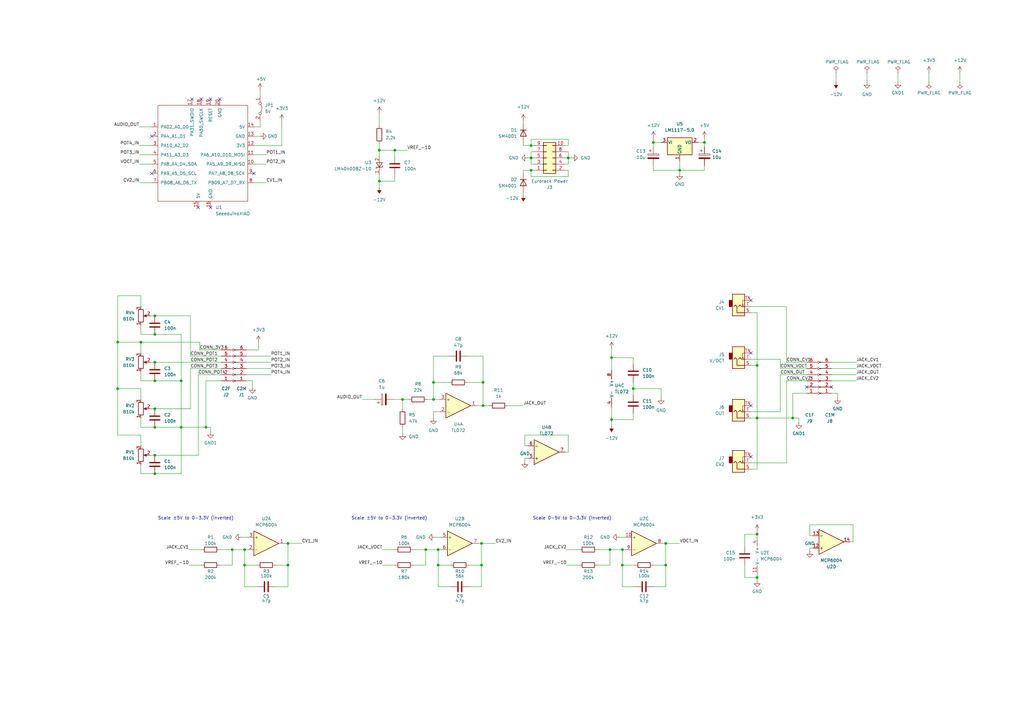
<source format=kicad_sch>
(kicad_sch (version 20211123) (generator eeschema)
  (paper "A3")
  (junction (at 197.485 222.885))
  (junction (at 63.5 156.21))
  (junction (at 179.705 225.425))
  (junction (at 267.97 58.42))
  (junction (at 198.12 156.845))
  (junction (at 217.805 59.69))
  (junction (at 259.715 159.385))
  (junction (at 217.805 64.77))
  (junction (at 100.33 225.425))
  (junction (at 325.12 171.45))
  (junction (at 57.785 140.335))
  (junction (at 84.455 175.26))
  (junction (at 63.5 167.64))
  (junction (at 63.5 186.69))
  (junction (at 63.5 148.59))
  (junction (at 74.295 175.26))
  (junction (at 310.515 219.075))
  (junction (at 74.295 156.21))
  (junction (at 310.515 149.86))
  (junction (at 197.485 231.775))
  (junction (at 288.925 58.42))
  (junction (at 174.625 225.425))
  (junction (at 161.925 61.595))
  (junction (at 118.11 231.775))
  (junction (at 250.19 225.425))
  (junction (at 155.575 74.295))
  (junction (at 250.825 146.685))
  (junction (at 63.5 137.16))
  (junction (at 177.8 163.83))
  (junction (at 100.33 231.775))
  (junction (at 278.765 69.85))
  (junction (at 63.5 194.31))
  (junction (at 155.575 61.595))
  (junction (at 177.8 156.845))
  (junction (at 118.11 222.885))
  (junction (at 255.27 231.775))
  (junction (at 95.25 225.425))
  (junction (at 63.5 129.54))
  (junction (at 273.05 231.775))
  (junction (at 63.5 175.26))
  (junction (at 250.825 172.085))
  (junction (at 233.045 64.77))
  (junction (at 198.12 166.37))
  (junction (at 273.05 222.885))
  (junction (at 48.26 140.335))
  (junction (at 255.27 225.425))
  (junction (at 165.1 163.83))
  (junction (at 217.805 69.85))
  (junction (at 310.515 236.855))
  (junction (at 310.515 171.45))
  (junction (at 48.26 159.385))
  (junction (at 179.705 231.775))
  (no_connect (at 104.14 71.12))
  (no_connect (at 82.55 40.64))
  (no_connect (at 307.975 187.325))
  (no_connect (at 330.835 158.75))
  (no_connect (at 307.975 123.19))
  (no_connect (at 90.17 40.64))
  (no_connect (at 307.975 144.78))
  (no_connect (at 340.995 158.75))
  (no_connect (at 86.36 40.64))
  (no_connect (at 86.36 85.09))
  (no_connect (at 78.74 40.64))
  (no_connect (at 62.23 71.12))
  (no_connect (at 81.28 85.09))
  (no_connect (at 307.975 166.37))
  (no_connect (at 62.23 55.88))
  (wire (pts (xy 250.825 172.085) (xy 250.825 174.625)))
  (wire (pts (xy 310.515 219.075) (xy 310.515 220.345)))
  (wire (pts (xy 63.5 175.26) (xy 74.295 175.26)))
  (wire (pts (xy 57.15 52.07) (xy 62.23 52.07)))
  (wire (pts (xy 393.7 29.845) (xy 393.7 33.655)))
  (wire (pts (xy 322.58 148.59) (xy 330.835 148.59)))
  (wire (pts (xy 267.97 240.665) (xy 273.05 240.665)))
  (wire (pts (xy 217.805 69.85) (xy 217.805 72.39)))
  (wire (pts (xy 57.785 121.285) (xy 48.26 121.285)))
  (wire (pts (xy 255.27 240.665) (xy 255.27 231.775)))
  (wire (pts (xy 278.765 69.85) (xy 278.765 71.12)))
  (wire (pts (xy 278.765 66.04) (xy 278.765 69.85)))
  (wire (pts (xy 198.12 156.845) (xy 191.77 156.845)))
  (wire (pts (xy 90.17 225.425) (xy 95.25 225.425)))
  (wire (pts (xy 174.625 231.775) (xy 174.625 225.425)))
  (wire (pts (xy 100.33 225.425) (xy 101.6 225.425)))
  (wire (pts (xy 273.05 222.885) (xy 273.05 231.775)))
  (wire (pts (xy 184.785 240.665) (xy 179.705 240.665)))
  (wire (pts (xy 254 220.345) (xy 256.54 220.345)))
  (wire (pts (xy 61.595 148.59) (xy 63.5 148.59)))
  (wire (pts (xy 320.04 151.13) (xy 330.835 151.13)))
  (wire (pts (xy 348.615 222.25) (xy 349.885 222.25)))
  (wire (pts (xy 231.775 185.42) (xy 233.045 185.42)))
  (wire (pts (xy 48.26 140.335) (xy 48.26 159.385)))
  (wire (pts (xy 259.715 146.685) (xy 259.715 149.225)))
  (wire (pts (xy 165.1 163.83) (xy 165.1 167.64)))
  (wire (pts (xy 48.26 159.385) (xy 48.26 178.435)))
  (wire (pts (xy 305.435 224.155) (xy 305.435 219.075)))
  (wire (pts (xy 198.12 156.845) (xy 198.12 166.37)))
  (wire (pts (xy 307.975 168.91) (xy 320.04 168.91)))
  (wire (pts (xy 63.5 156.21) (xy 74.295 156.21)))
  (wire (pts (xy 310.515 171.45) (xy 310.515 149.86)))
  (wire (pts (xy 288.925 69.85) (xy 288.925 67.945)))
  (wire (pts (xy 332.105 226.06) (xy 332.105 224.79)))
  (wire (pts (xy 174.625 225.425) (xy 179.705 225.425)))
  (wire (pts (xy 155.575 74.295) (xy 155.575 76.835)))
  (wire (pts (xy 340.995 148.59) (xy 351.155 148.59)))
  (wire (pts (xy 77.47 231.775) (xy 82.55 231.775)))
  (wire (pts (xy 332.105 215.265) (xy 349.885 215.265)))
  (wire (pts (xy 217.805 72.39) (xy 233.045 72.39)))
  (wire (pts (xy 57.785 182.88) (xy 57.785 178.435)))
  (wire (pts (xy 63.5 137.16) (xy 74.295 137.16)))
  (wire (pts (xy 219.075 62.23) (xy 217.805 62.23)))
  (wire (pts (xy 197.485 222.885) (xy 196.215 222.885)))
  (wire (pts (xy 106.68 55.88) (xy 104.14 55.88)))
  (wire (pts (xy 219.075 64.77) (xy 217.805 64.77)))
  (wire (pts (xy 57.15 59.69) (xy 62.23 59.69)))
  (wire (pts (xy 231.775 62.23) (xy 233.045 62.23)))
  (wire (pts (xy 288.925 56.515) (xy 288.925 58.42)))
  (wire (pts (xy 233.045 59.69) (xy 231.775 59.69)))
  (wire (pts (xy 109.22 63.5) (xy 104.14 63.5)))
  (wire (pts (xy 155.575 61.595) (xy 155.575 64.135)))
  (wire (pts (xy 161.29 163.83) (xy 165.1 163.83)))
  (wire (pts (xy 245.11 225.425) (xy 250.19 225.425)))
  (wire (pts (xy 217.805 59.69) (xy 217.805 57.15)))
  (wire (pts (xy 57.785 190.5) (xy 57.785 194.31)))
  (wire (pts (xy 267.97 60.325) (xy 267.97 58.42)))
  (wire (pts (xy 105.41 240.665) (xy 100.33 240.665)))
  (wire (pts (xy 233.045 62.23) (xy 233.045 64.77)))
  (wire (pts (xy 61.595 186.69) (xy 63.5 186.69)))
  (wire (pts (xy 100.33 240.665) (xy 100.33 231.775)))
  (wire (pts (xy 198.12 146.05) (xy 198.12 156.845)))
  (wire (pts (xy 217.805 64.77) (xy 216.535 64.77)))
  (wire (pts (xy 259.715 159.385) (xy 259.715 161.925)))
  (wire (pts (xy 286.385 58.42) (xy 288.925 58.42)))
  (wire (pts (xy 61.595 167.64) (xy 63.5 167.64)))
  (wire (pts (xy 216.535 182.88) (xy 215.265 182.88)))
  (wire (pts (xy 179.705 231.775) (xy 179.705 225.425)))
  (wire (pts (xy 86.36 175.26) (xy 84.455 175.26)))
  (wire (pts (xy 78.105 167.64) (xy 78.105 151.13)))
  (wire (pts (xy 57.15 67.31) (xy 62.23 67.31)))
  (wire (pts (xy 156.845 231.775) (xy 161.925 231.775)))
  (wire (pts (xy 332.105 224.79) (xy 333.375 224.79)))
  (wire (pts (xy 278.765 69.85) (xy 288.925 69.85)))
  (wire (pts (xy 106.68 36.83) (xy 106.68 39.37)))
  (wire (pts (xy 61.595 129.54) (xy 63.5 129.54)))
  (wire (pts (xy 340.995 153.67) (xy 351.155 153.67)))
  (wire (pts (xy 340.995 156.21) (xy 351.155 156.21)))
  (wire (pts (xy 307.975 189.865) (xy 322.58 189.865)))
  (wire (pts (xy 259.715 172.085) (xy 250.825 172.085)))
  (wire (pts (xy 368.3 29.845) (xy 368.3 33.655)))
  (wire (pts (xy 330.835 161.29) (xy 325.12 161.29)))
  (wire (pts (xy 250.19 225.425) (xy 255.27 225.425)))
  (wire (pts (xy 99.06 220.345) (xy 101.6 220.345)))
  (wire (pts (xy 267.97 58.42) (xy 271.145 58.42)))
  (wire (pts (xy 325.12 171.45) (xy 327.66 171.45)))
  (wire (pts (xy 106.68 49.53) (xy 106.68 52.07)))
  (wire (pts (xy 330.835 156.21) (xy 322.58 156.21)))
  (wire (pts (xy 184.785 231.775) (xy 179.705 231.775)))
  (wire (pts (xy 118.11 222.885) (xy 123.825 222.885)))
  (wire (pts (xy 100.965 148.59) (xy 111.125 148.59)))
  (wire (pts (xy 100.965 151.13) (xy 111.125 151.13)))
  (wire (pts (xy 215.265 189.23) (xy 215.265 187.96)))
  (wire (pts (xy 57.785 163.83) (xy 57.785 159.385)))
  (wire (pts (xy 57.785 171.45) (xy 57.785 175.26)))
  (wire (pts (xy 74.295 175.26) (xy 74.295 194.31)))
  (wire (pts (xy 118.11 222.885) (xy 116.84 222.885)))
  (wire (pts (xy 217.805 64.77) (xy 217.805 67.31)))
  (wire (pts (xy 177.8 168.91) (xy 180.34 168.91)))
  (wire (pts (xy 233.045 72.39) (xy 233.045 69.85)))
  (wire (pts (xy 57.15 74.93) (xy 62.23 74.93)))
  (wire (pts (xy 161.925 61.595) (xy 161.925 64.135)))
  (wire (pts (xy 305.435 236.855) (xy 310.515 236.855)))
  (wire (pts (xy 57.785 178.435) (xy 48.26 178.435)))
  (wire (pts (xy 197.485 231.775) (xy 197.485 240.665)))
  (wire (pts (xy 343.535 161.29) (xy 343.535 163.195)))
  (wire (pts (xy 104.14 74.93) (xy 109.22 74.93)))
  (wire (pts (xy 155.575 61.595) (xy 161.925 61.595)))
  (wire (pts (xy 95.25 225.425) (xy 100.33 225.425)))
  (wire (pts (xy 191.77 146.05) (xy 198.12 146.05)))
  (wire (pts (xy 214.63 69.85) (xy 217.805 69.85)))
  (wire (pts (xy 320.04 153.67) (xy 330.835 153.67)))
  (wire (pts (xy 217.805 57.15) (xy 233.045 57.15)))
  (wire (pts (xy 214.63 59.69) (xy 217.805 59.69)))
  (wire (pts (xy 233.045 178.435) (xy 233.045 185.42)))
  (wire (pts (xy 74.295 175.26) (xy 84.455 175.26)))
  (wire (pts (xy 100.965 146.05) (xy 111.125 146.05)))
  (wire (pts (xy 255.27 231.775) (xy 255.27 225.425)))
  (wire (pts (xy 109.22 67.31) (xy 104.14 67.31)))
  (wire (pts (xy 63.5 194.31) (xy 74.295 194.31)))
  (wire (pts (xy 57.785 137.16) (xy 63.5 137.16)))
  (wire (pts (xy 177.8 171.45) (xy 177.8 168.91)))
  (wire (pts (xy 267.97 231.775) (xy 273.05 231.775)))
  (wire (pts (xy 381 29.845) (xy 381 33.655)))
  (wire (pts (xy 57.785 156.21) (xy 63.5 156.21)))
  (wire (pts (xy 273.05 222.885) (xy 271.78 222.885)))
  (wire (pts (xy 90.805 153.67) (xy 81.28 153.67)))
  (wire (pts (xy 333.375 219.71) (xy 332.105 219.71)))
  (wire (pts (xy 192.405 231.775) (xy 197.485 231.775)))
  (wire (pts (xy 161.925 71.755) (xy 161.925 74.295)))
  (wire (pts (xy 177.8 156.845) (xy 177.8 163.83)))
  (wire (pts (xy 310.515 171.45) (xy 325.12 171.45)))
  (wire (pts (xy 63.5 167.64) (xy 78.105 167.64)))
  (wire (pts (xy 57.785 152.4) (xy 57.785 156.21)))
  (wire (pts (xy 214.63 78.74) (xy 214.63 80.01)))
  (wire (pts (xy 165.1 177.8) (xy 165.1 175.26)))
  (wire (pts (xy 148.59 163.83) (xy 153.67 163.83)))
  (wire (pts (xy 179.705 240.665) (xy 179.705 231.775)))
  (wire (pts (xy 57.785 140.335) (xy 48.26 140.335)))
  (wire (pts (xy 77.47 225.425) (xy 82.55 225.425)))
  (wire (pts (xy 255.27 225.425) (xy 256.54 225.425)))
  (wire (pts (xy 245.11 231.775) (xy 250.19 231.775)))
  (wire (pts (xy 155.575 59.055) (xy 155.575 61.595)))
  (wire (pts (xy 100.965 156.21) (xy 103.505 156.21)))
  (wire (pts (xy 57.785 144.78) (xy 57.785 140.335)))
  (wire (pts (xy 104.14 59.69) (xy 115.57 59.69)))
  (wire (pts (xy 175.26 163.83) (xy 177.8 163.83)))
  (wire (pts (xy 232.41 225.425) (xy 237.49 225.425)))
  (wire (pts (xy 197.485 222.885) (xy 203.2 222.885)))
  (wire (pts (xy 214.63 71.12) (xy 214.63 69.85)))
  (wire (pts (xy 214.63 49.53) (xy 214.63 50.8)))
  (wire (pts (xy 233.045 64.77) (xy 233.045 67.31)))
  (wire (pts (xy 310.515 128.27) (xy 307.975 128.27)))
  (wire (pts (xy 184.15 156.845) (xy 177.8 156.845)))
  (wire (pts (xy 155.575 46.355) (xy 155.575 51.435)))
  (wire (pts (xy 106.045 140.335) (xy 106.045 143.51)))
  (wire (pts (xy 178.435 220.345) (xy 180.975 220.345)))
  (wire (pts (xy 310.515 236.855) (xy 310.515 238.125)))
  (wire (pts (xy 307.975 125.73) (xy 322.58 125.73)))
  (wire (pts (xy 155.575 74.295) (xy 161.925 74.295)))
  (wire (pts (xy 320.04 168.91) (xy 320.04 153.67)))
  (wire (pts (xy 105.41 231.775) (xy 100.33 231.775)))
  (wire (pts (xy 155.575 71.755) (xy 155.575 74.295)))
  (wire (pts (xy 57.15 63.5) (xy 62.23 63.5)))
  (wire (pts (xy 106.68 52.07) (xy 104.14 52.07)))
  (wire (pts (xy 231.775 64.77) (xy 233.045 64.77)))
  (wire (pts (xy 78.105 129.54) (xy 78.105 146.05)))
  (wire (pts (xy 233.045 69.85) (xy 231.775 69.85)))
  (wire (pts (xy 322.58 125.73) (xy 322.58 148.59)))
  (wire (pts (xy 217.805 62.23) (xy 217.805 64.77)))
  (wire (pts (xy 267.97 56.515) (xy 267.97 58.42)))
  (wire (pts (xy 57.785 159.385) (xy 48.26 159.385)))
  (wire (pts (xy 215.265 187.96) (xy 216.535 187.96)))
  (wire (pts (xy 273.05 231.775) (xy 273.05 240.665)))
  (wire (pts (xy 250.825 146.685) (xy 259.715 146.685)))
  (wire (pts (xy 310.515 192.405) (xy 310.515 171.45)))
  (wire (pts (xy 165.1 163.83) (xy 167.64 163.83)))
  (wire (pts (xy 48.26 121.285) (xy 48.26 140.335)))
  (wire (pts (xy 63.5 129.54) (xy 78.105 129.54)))
  (wire (pts (xy 179.705 225.425) (xy 180.975 225.425)))
  (wire (pts (xy 84.455 175.26) (xy 84.455 156.21)))
  (wire (pts (xy 115.57 59.69) (xy 115.57 49.53)))
  (wire (pts (xy 63.5 148.59) (xy 90.805 148.59)))
  (wire (pts (xy 260.35 240.665) (xy 255.27 240.665)))
  (wire (pts (xy 250.825 146.685) (xy 250.825 151.765)))
  (wire (pts (xy 177.8 156.845) (xy 177.8 146.05)))
  (wire (pts (xy 86.36 177.165) (xy 86.36 175.26)))
  (wire (pts (xy 250.825 167.005) (xy 250.825 172.085)))
  (wire (pts (xy 340.995 161.29) (xy 343.535 161.29)))
  (wire (pts (xy 219.075 67.31) (xy 217.805 67.31)))
  (wire (pts (xy 310.515 235.585) (xy 310.515 236.855)))
  (wire (pts (xy 177.8 163.83) (xy 180.34 163.83)))
  (wire (pts (xy 267.97 69.85) (xy 278.765 69.85)))
  (wire (pts (xy 250.825 142.875) (xy 250.825 146.685)))
  (wire (pts (xy 250.19 231.775) (xy 250.19 225.425)))
  (wire (pts (xy 231.775 67.31) (xy 233.045 67.31)))
  (wire (pts (xy 217.805 59.69) (xy 219.075 59.69)))
  (wire (pts (xy 90.17 231.775) (xy 95.25 231.775)))
  (wire (pts (xy 113.03 240.665) (xy 118.11 240.665)))
  (wire (pts (xy 169.545 231.775) (xy 174.625 231.775)))
  (wire (pts (xy 161.925 61.595) (xy 167.005 61.595)))
  (wire (pts (xy 273.05 222.885) (xy 278.765 222.885)))
  (wire (pts (xy 267.97 67.945) (xy 267.97 69.85)))
  (wire (pts (xy 310.515 149.86) (xy 310.515 128.27)))
  (wire (pts (xy 260.35 231.775) (xy 255.27 231.775)))
  (wire (pts (xy 106.045 143.51) (xy 100.965 143.51)))
  (wire (pts (xy 215.265 178.435) (xy 233.045 178.435)))
  (wire (pts (xy 215.265 182.88) (xy 215.265 178.435)))
  (wire (pts (xy 63.5 186.69) (xy 81.28 186.69)))
  (wire (pts (xy 288.925 58.42) (xy 288.925 60.325)))
  (wire (pts (xy 340.995 151.13) (xy 351.155 151.13)))
  (wire (pts (xy 78.105 146.05) (xy 90.805 146.05)))
  (wire (pts (xy 74.295 156.21) (xy 74.295 175.26)))
  (wire (pts (xy 57.785 175.26) (xy 63.5 175.26)))
  (wire (pts (xy 81.28 153.67) (xy 81.28 186.69)))
  (wire (pts (xy 100.965 153.67) (xy 111.125 153.67)))
  (wire (pts (xy 57.785 140.335) (xy 81.915 140.335)))
  (wire (pts (xy 192.405 240.665) (xy 197.485 240.665)))
  (wire (pts (xy 305.435 231.775) (xy 305.435 236.855)))
  (wire (pts (xy 100.33 231.775) (xy 100.33 225.425)))
  (wire (pts (xy 307.975 147.32) (xy 320.04 147.32)))
  (wire (pts (xy 271.145 159.385) (xy 259.715 159.385)))
  (wire (pts (xy 342.9 29.845) (xy 342.9 33.655)))
  (wire (pts (xy 320.04 147.32) (xy 320.04 151.13)))
  (wire (pts (xy 327.66 171.45) (xy 327.66 173.355)))
  (wire (pts (xy 214.63 58.42) (xy 214.63 59.69)))
  (wire (pts (xy 307.975 149.86) (xy 310.515 149.86)))
  (wire (pts (xy 156.845 225.425) (xy 161.925 225.425)))
  (wire (pts (xy 259.715 169.545) (xy 259.715 172.085)))
  (wire (pts (xy 271.145 163.195) (xy 271.145 159.385)))
  (wire (pts (xy 81.915 143.51) (xy 90.805 143.51)))
  (wire (pts (xy 184.15 146.05) (xy 177.8 146.05)))
  (wire (pts (xy 310.515 217.805) (xy 310.515 219.075)))
  (wire (pts (xy 103.505 156.21) (xy 103.505 158.75)))
  (wire (pts (xy 232.41 231.775) (xy 237.49 231.775)))
  (wire (pts (xy 322.58 156.21) (xy 322.58 189.865)))
  (wire (pts (xy 198.12 166.37) (xy 200.66 166.37)))
  (wire (pts (xy 208.28 166.37) (xy 214.63 166.37)))
  (wire (pts (xy 305.435 219.075) (xy 310.515 219.075)))
  (wire (pts (xy 57.785 133.35) (xy 57.785 137.16)))
  (wire (pts (xy 259.715 156.845) (xy 259.715 159.385)))
  (wire (pts (xy 74.295 137.16) (xy 74.295 156.21)))
  (wire (pts (xy 118.11 222.885) (xy 118.11 231.775)))
  (wire (pts (xy 81.915 140.335) (xy 81.915 143.51)))
  (wire (pts (xy 57.785 194.31) (xy 63.5 194.31)))
  (wire (pts (xy 349.885 215.265) (xy 349.885 222.25)))
  (wire (pts (xy 332.105 219.71) (xy 332.105 215.265)))
  (wire (pts (xy 325.12 161.29) (xy 325.12 171.45)))
  (wire (pts (xy 197.485 222.885) (xy 197.485 231.775)))
  (wire (pts (xy 118.11 231.775) (xy 118.11 240.665)))
  (wire (pts (xy 78.105 151.13) (xy 90.805 151.13)))
  (wire (pts (xy 233.045 64.77) (xy 234.315 64.77)))
  (wire (pts (xy 113.03 231.775) (xy 118.11 231.775)))
  (wire (pts (xy 217.805 69.85) (xy 219.075 69.85)))
  (wire (pts (xy 84.455 156.21) (xy 90.805 156.21)))
  (wire (pts (xy 95.25 231.775) (xy 95.25 225.425)))
  (wire (pts (xy 198.12 166.37) (xy 195.58 166.37)))
  (wire (pts (xy 355.6 29.845) (xy 355.6 33.655)))
  (wire (pts (xy 57.785 125.73) (xy 57.785 121.285)))
  (wire (pts (xy 169.545 225.425) (xy 174.625 225.425)))
  (wire (pts (xy 233.045 57.15) (xy 233.045 59.69)))
  (wire (pts (xy 307.975 171.45) (xy 310.515 171.45)))
  (wire (pts (xy 307.975 192.405) (xy 310.515 192.405)))
  (text "Scale ±5V to 0-3.3V (inverted)" (at 95.885 213.36 180) (effects (font (size 1.27 1.27)) (justify right bottom)))
  (text "Scale 0-5V to 0-3.3V (inverted)" (at 250.825 213.36 180) (effects (font (size 1.27 1.27)) (justify right bottom)))
  (text "Scale ±5V to 0-3.3V (inverted)" (at 175.26 213.36 180) (effects (font (size 1.27 1.27)) (justify right bottom)))
  (label "JACK_VOCT" (at 351.155 151.13 0))
  (label "VREF_-10" (at 156.845 231.775 180))
  (label "VOCT_IN" (at 57.15 67.31 180))
  (label "CONN_POT3" (at 78.105 151.13 0))
  (label "POT2_IN" (at 111.125 148.59 0))
  (label "VOCT_IN" (at 278.765 222.885 0))
  (label "CONN_VOCT" (at 320.04 151.13 0))
  (label "VREF_-10" (at 232.41 231.775 180))
  (label "CONN_CV2" (at 322.58 156.21 0))
  (label "CONN_POT1" (at 78.105 146.05 0))
  (label "CONN_3V3" (at 81.915 143.51 0))
  (label "POT2_IN" (at 109.22 67.31 0))
  (label "POT3_IN" (at 111.125 151.13 0))
  (label "JACK_OUT" (at 214.63 166.37 0))
  (label "CV2_IN" (at 203.2 222.885 0))
  (label "POT4_IN" (at 57.15 59.69 180))
  (label "JACK_CV1" (at 77.47 225.425 180))
  (label "CV1_IN" (at 109.22 74.93 0))
  (label "JACK_OUT" (at 351.155 153.67 0))
  (label "VREF_-10" (at 77.47 231.775 180))
  (label "CV1_IN" (at 123.825 222.885 0))
  (label "CONN_OUT" (at 320.04 153.67 0))
  (label "POT1_IN" (at 111.125 146.05 0))
  (label "CONN_POT4" (at 81.28 153.67 0))
  (label "POT1_IN" (at 109.22 63.5 0))
  (label "CV2_IN" (at 57.15 74.93 180))
  (label "POT3_IN" (at 57.15 63.5 180))
  (label "AUDIO_OUT" (at 57.15 52.07 180))
  (label "POT4_IN" (at 111.125 153.67 0))
  (label "CONN_POT2" (at 78.105 148.59 0))
  (label "CONN_CV1" (at 322.58 148.59 0))
  (label "AUDIO_OUT" (at 148.59 163.83 180))
  (label "JACK_CV2" (at 351.155 156.21 0))
  (label "VREF_-10" (at 167.005 61.595 0))
  (label "JACK_CV1" (at 351.155 148.59 0))
  (label "JACK_CV2" (at 232.41 225.425 180))
  (label "JACK_VOCT" (at 156.845 225.425 180))
  (symbol (lib_id "Amplifier_Operational:TL072") (at 187.96 166.37 0) (unit 1)
    (property "Reference" "U4" (at 187.96 173.99 0))
    (property "Value" "TL072" (at 187.96 176.53 0))
    (property "Footprint" "Package_SO:SOIC-14_3.9x8.7mm_P1.27mm" (effects hide))
    (property "Datasheet" "http://www.ti.com/lit/ds/symlink/tl071.pdf" (effects hide))
    (property "LCSC" "C6961" (effects hide))
  )
  (symbol (lib_id "Device:CP") (at 157.48 163.83 90) (unit 1)
    (property "Reference" "C6" (at 156.591 156.21 90))
    (property "Value" "1u" (at 156.591 158.75 90))
    (property "Footprint" "Capacitor_SMD:C_Elec_5x5.8" (effects hide))
  )
  (symbol (lib_id "power:GND") (at 106.68 55.88 90) (unit 1)
    (property "Reference" "#PWR05" (effects hide))
    (property "Value" "GND" (at 111.76 55.88 90))
  )
  (symbol (lib_id "power:+5V") (at 106.68 36.83 0) (unit 1)
    (property "Reference" "#PWR04" (effects hide))
    (property "Value" "+5V" (at 107.061 32.4358 0))
  )
  (symbol (lib_name "R_10") (lib_id "Device:R") (at 171.45 163.83 270) (unit 1)
    (property "Reference" "R8" (at 171.45 157.48 90))
    (property "Value" "22k" (at 171.45 160.02 90))
    (property "Footprint" "Resistor_SMD:R_0603_1608Metric_Pad0.98x0.95mm_HandSolder" (effects hide))
    (property "LCSC" "C31850" (effects hide))
  )
  (symbol (lib_name "GND_10") (lib_id "power:GND") (at 177.8 171.45 0) (unit 1)
    (property "Reference" "#PWR010" (effects hide))
    (property "Value" "GND" (at 177.8 176.53 0))
  )
  (symbol (lib_id "Device:C") (at 187.96 146.05 270) (unit 1)
    (property "Reference" "C8" (at 187.96 139.065 90))
    (property "Value" "47p" (at 187.96 141.605 90))
    (property "Footprint" "Capacitor_SMD:C_0603_1608Metric_Pad1.08x0.95mm_HandSolder" (effects hide))
    (property "LCSC" "C1671" (effects hide))
  )
  (symbol (lib_id "Device:R") (at 187.96 156.845 270) (unit 1)
    (property "Reference" "R9" (at 187.96 150.495 90))
    (property "Value" "68k" (at 187.96 153.035 90))
    (property "Footprint" "Resistor_SMD:R_0603_1608Metric_Pad0.98x0.95mm_HandSolder" (effects hide))
    (property "LCSC" "C23231" (effects hide))
  )
  (symbol (lib_name "R_11") (lib_id "Device:R") (at 204.47 166.37 270) (unit 1)
    (property "Reference" "R11" (at 204.47 160.02 90))
    (property "Value" "1k" (at 204.47 162.56 90))
    (property "Footprint" "Resistor_SMD:R_0603_1608Metric_Pad0.98x0.95mm_HandSolder" (effects hide))
    (property "LCSC" "C21190" (effects hide))
  )
  (symbol (lib_name "GND_5") (lib_id "power:GND") (at 310.515 238.125 0) (unit 1)
    (property "Reference" "#PWR025" (effects hide))
    (property "Value" "GND" (at 310.515 242.57 0))
  )
  (symbol (lib_name "GND_22") (lib_id "power:GND") (at 103.505 158.75 0) (unit 1)
    (property "Reference" "#PWR02" (effects hide))
    (property "Value" "GND" (at 103.505 163.195 0))
  )
  (symbol (lib_id "power:+3.3V") (at 115.57 49.53 0) (unit 1)
    (property "Reference" "#PWR06" (effects hide))
    (property "Value" "+3.3V" (at 115.57 44.45 0))
  )
  (symbol (lib_id "Device:R_Potentiometer") (at 57.785 129.54 0) (mirror x) (unit 1)
    (property "Reference" "RV4" (at 55.245 128.2699 0) (effects (justify right)))
    (property "Value" "B10k" (at 55.245 130.8099 0) (effects (justify right)))
    (property "Footprint" "Potentiometer_THT:Potentiometer_Alpha_RD901F-40-00D_Single_Vertical" (effects hide))
  )
  (symbol (lib_id "power:-12V") (at 155.575 76.835 180) (unit 1)
    (property "Reference" "#PWR08" (effects hide))
    (property "Value" "-12V" (at 155.575 81.915 0))
  )
  (symbol (lib_id "Device:C") (at 259.715 165.735 0) (unit 1)
    (property "Reference" "C11" (at 263.525 164.4649 0) (effects (justify left)))
    (property "Value" "100n" (at 263.525 167.0049 0) (effects (justify left)))
    (property "Footprint" "Capacitor_SMD:C_0603_1608Metric_Pad1.08x0.95mm_HandSolder" (effects hide))
    (property "LCSC" "C14663" (effects hide))
  )
  (symbol (lib_name "GND_11") (lib_id "power:GND") (at 165.1 177.8 0) (unit 1)
    (property "Reference" "#PWR09" (effects hide))
    (property "Value" "GND" (at 167.64 179.0699 0) (effects (justify left)))
  )
  (symbol (lib_id "Amplifier_Operational:MCP6004") (at 109.22 222.885 0) (unit 1)
    (property "Reference" "U2" (at 109.22 212.725 0))
    (property "Value" "MCP6004" (at 109.22 215.265 0))
    (property "Footprint" "Package_SO:SOIC-14_3.9x8.7mm_P1.27mm" (effects hide))
    (property "Datasheet" "http://ww1.microchip.com/downloads/en/DeviceDoc/21733j.pdf" (effects hide))
  )
  (symbol (lib_id "power:+3.3V") (at 310.515 217.805 0) (unit 1)
    (property "Reference" "#PWR024" (effects hide))
    (property "Value" "+3.3V" (at 310.515 212.09 0))
  )
  (symbol (lib_id "Device:C") (at 63.5 190.5 0) (unit 1)
    (property "Reference" "C1" (at 67.31 189.2299 0) (effects (justify left)))
    (property "Value" "100n" (at 67.31 191.7699 0) (effects (justify left)))
    (property "Footprint" "Capacitor_SMD:C_0603_1608Metric_Pad1.08x0.95mm_HandSolder" (effects hide))
    (property "LCSC" "C14663" (effects hide))
  )
  (symbol (lib_id "Connector_Generic:Conn_02x05_Odd_Even") (at 224.155 64.77 0) (mirror x) (unit 1)
    (property "Reference" "J3" (at 225.425 76.835 0))
    (property "Value" "Eurorack Power" (at 225.425 74.295 0))
    (property "Footprint" "Personal:Eurorack_10_pin_header" (effects hide))
  )
  (symbol (lib_id "power:GND1") (at 368.3 33.655 0) (unit 1)
    (property "Reference" "#PWR032" (effects hide))
    (property "Value" "GND1" (at 368.3 38.1 0))
  )
  (symbol (lib_id "Device:R_Potentiometer") (at 57.785 167.64 0) (mirror x) (unit 1)
    (property "Reference" "RV2" (at 55.245 166.3699 0) (effects (justify right)))
    (property "Value" "B10k" (at 55.245 168.9099 0) (effects (justify right)))
    (property "Footprint" "Potentiometer_THT:Potentiometer_Alpha_RD901F-40-00D_Single_Vertical" (effects hide))
  )
  (symbol (lib_name "R_3") (lib_id "Device:R") (at 188.595 231.775 90) (unit 1)
    (property "Reference" "R10" (at 188.595 234.315 90))
    (property "Value" "56k" (at 188.595 236.22 90))
    (property "Footprint" "Resistor_SMD:R_0603_1608Metric_Pad0.98x0.95mm_HandSolder" (effects hide))
    (property "LCSC" "C23206" (effects hide))
  )
  (symbol (lib_id "power:PWR_FLAG") (at 342.9 29.845 0) (unit 1)
    (property "Reference" "#FLG01" (effects hide))
    (property "Value" "PWR_FLAG" (at 338.455 25.4 0) (effects (justify left)))
  )
  (symbol (lib_id "power:PWR_FLAG") (at 393.7 33.655 180) (unit 1)
    (property "Reference" "#FLG04" (effects hide))
    (property "Value" "PWR_FLAG" (at 393.7 38.1 0))
  )
  (symbol (lib_id "Jumper:Jumper_2_Bridged") (at 106.68 44.45 270) (unit 1)
    (property "Reference" "JP1" (at 108.585 43.1799 90) (effects (justify left)))
    (property "Value" "5V" (at 108.585 45.7199 90) (effects (justify left)))
    (property "Footprint" "Connector_PinHeader_2.54mm:PinHeader_1x02_P2.54mm_Vertical" (effects hide))
  )
  (symbol (lib_name "R_8") (lib_id "Device:R") (at 86.36 231.775 90) (unit 1)
    (property "Reference" "R2" (at 86.36 234.315 90))
    (property "Value" "200k" (at 86.36 236.855 90))
    (property "Footprint" "Resistor_SMD:R_0603_1608Metric_Pad0.98x0.95mm_HandSolder" (effects hide))
    (property "LCSC" "C25811" (effects hide))
  )
  (symbol (lib_id "power:+3.3V") (at 106.045 140.335 0) (unit 1)
    (property "Reference" "#PWR03" (effects hide))
    (property "Value" "+3.3V" (at 106.045 135.255 0))
  )
  (symbol (lib_id "power:GND") (at 355.6 33.655 0) (unit 1)
    (property "Reference" "#PWR029" (effects hide))
    (property "Value" "GND" (at 355.6 38.735 0))
  )
  (symbol (lib_name "GND_8") (lib_id "power:GND") (at 178.435 220.345 270) (unit 1)
    (property "Reference" "#PWR011" (effects hide))
    (property "Value" "GND" (at 174.625 220.3449 90) (effects (justify right)))
  )
  (symbol (lib_name "GND_19") (lib_id "power:GND") (at 216.535 64.77 270) (mirror x) (unit 1)
    (property "Reference" "#PWR015" (effects hide))
    (property "Value" "GND" (at 212.725 64.7699 90) (effects (justify right)))
  )
  (symbol (lib_name "C_4") (lib_id "Device:C") (at 109.22 240.665 90) (unit 1)
    (property "Reference" "C5" (at 109.22 244.475 90))
    (property "Value" "47p" (at 109.22 246.38 90))
    (property "Footprint" "Capacitor_SMD:C_0603_1608Metric_Pad1.08x0.95mm_HandSolder" (effects hide))
  )
  (symbol (lib_id "power:-12V") (at 342.9 33.655 180) (unit 1)
    (property "Reference" "#PWR028" (effects hide))
    (property "Value" "-12V" (at 342.9 38.735 0))
  )
  (symbol (lib_id "power:PWR_FLAG") (at 381 33.655 180) (unit 1)
    (property "Reference" "#FLG03" (effects hide))
    (property "Value" "PWR_FLAG" (at 381 38.1 0))
  )
  (symbol (lib_id "power:+12V") (at 250.825 142.875 0) (unit 1)
    (property "Reference" "#PWR017" (effects hide))
    (property "Value" "+12V" (at 250.825 137.795 0))
  )
  (symbol (lib_id "Connector:AudioJack2_SwitchT") (at 302.895 125.73 0) (mirror x) (unit 1)
    (property "Reference" "J4" (at 297.18 123.8249 0) (effects (justify right)))
    (property "Value" "CV1" (at 297.18 126.3649 0) (effects (justify right)))
    (property "Footprint" "Connector_Audio:Jack_3.5mm_QingPu_WQP-PJ398SM_Vertical_CircularHoles" (effects hide))
  )
  (symbol (lib_id "Connector:Conn_01x06_Male") (at 335.915 156.21 0) (mirror x) (unit 1)
    (property "Reference" "J8" (at 340.36 172.72 0))
    (property "Value" "C1M" (at 340.36 170.18 0))
    (property "Footprint" "Connector_PinHeader_2.54mm:PinHeader_1x06_P2.54mm_Vertical" (effects hide))
  )
  (symbol (lib_name "C_5") (lib_id "Device:C") (at 161.925 67.945 0) (unit 1)
    (property "Reference" "C7" (at 165.735 66.6749 0) (effects (justify left)))
    (property "Value" "100n" (at 165.735 69.2149 0) (effects (justify left)))
    (property "Footprint" "Capacitor_SMD:C_0603_1608Metric_Pad1.08x0.95mm_HandSolder" (effects hide))
    (property "LCSC" "C14663" (effects hide))
  )
  (symbol (lib_name "R_4") (lib_id "Device:R") (at 165.735 231.775 90) (unit 1)
    (property "Reference" "R7" (at 165.735 234.315 90))
    (property "Value" "180k" (at 165.735 236.855 90))
    (property "Footprint" "Resistor_SMD:R_0603_1608Metric_Pad0.98x0.95mm_HandSolder" (effects hide))
    (property "LCSC" "C22827" (effects hide))
  )
  (symbol (lib_name "R_9") (lib_id "Device:R") (at 86.36 225.425 90) (unit 1)
    (property "Reference" "R1" (at 86.36 220.345 90))
    (property "Value" "100k" (at 86.36 222.885 90))
    (property "Footprint" "Resistor_SMD:R_0603_1608Metric_Pad0.98x0.95mm_HandSolder" (effects hide))
    (property "LCSC" "C25803" (effects hide))
  )
  (symbol (lib_id "Connector:Conn_01x06_Male") (at 95.885 151.13 0) (mirror x) (unit 1)
    (property "Reference" "J1" (at 99.06 161.925 0))
    (property "Value" "C2M" (at 99.06 159.385 0))
    (property "Footprint" "Connector_PinHeader_2.54mm:PinHeader_1x06_P2.54mm_Vertical" (effects hide))
  )
  (symbol (lib_id "Regulator_Linear:LM1117-5.0") (at 278.765 58.42 0) (unit 1)
    (property "Reference" "U5" (at 278.765 50.8 0))
    (property "Value" "LM1117-5.0" (at 278.765 53.34 0))
    (property "Footprint" "Package_TO_SOT_SMD:SOT-223-3_TabPin2" (effects hide))
    (property "Datasheet" "http://www.ti.com/lit/ds/symlink/lm1117.pdf" (effects hide))
  )
  (symbol (lib_id "Amplifier_Operational:MCP6004") (at 313.055 227.965 0) (unit 5)
    (property "Reference" "U2" (at 311.785 226.6949 0) (effects (justify left)))
    (property "Value" "MCP6004" (at 311.785 229.2349 0) (effects (justify left)))
    (property "Footprint" "Package_SO:SOIC-14_3.9x8.7mm_P1.27mm" (effects hide))
    (property "Datasheet" "http://ww1.microchip.com/downloads/en/DeviceDoc/21733j.pdf" (effects hide))
  )
  (symbol (lib_id "Device:C") (at 63.5 171.45 0) (unit 1)
    (property "Reference" "C2" (at 67.31 170.1799 0) (effects (justify left)))
    (property "Value" "100n" (at 67.31 172.7199 0) (effects (justify left)))
    (property "Footprint" "Capacitor_SMD:C_0603_1608Metric_Pad1.08x0.95mm_HandSolder" (effects hide))
    (property "LCSC" "C14663" (effects hide))
  )
  (symbol (lib_id "Amplifier_Operational:MCP6004") (at 340.995 222.25 0) (mirror x) (unit 4)
    (property "Reference" "U2" (at 340.995 232.41 0))
    (property "Value" "MCP6004" (at 340.995 229.87 0))
    (property "Footprint" "Package_SO:SOIC-14_3.9x8.7mm_P1.27mm" (effects hide))
    (property "Datasheet" "http://ww1.microchip.com/downloads/en/DeviceDoc/21733j.pdf" (effects hide))
  )
  (symbol (lib_id "Reference_Voltage:LM4040DBZ-10") (at 155.575 67.945 90) (mirror x) (unit 1)
    (property "Reference" "U3" (at 152.4 66.6749 90) (effects (justify left)))
    (property "Value" "LM4040DBZ-10" (at 152.4 69.2149 90) (effects (justify left)))
    (property "Footprint" "Package_TO_SOT_SMD:SOT-23" (effects hide))
    (property "Datasheet" "http://www.ti.com/lit/ds/symlink/lm4040-n.pdf" (effects hide))
  )
  (symbol (lib_id "Device:C_Polarized") (at 288.925 64.135 0) (unit 1)
    (property "Reference" "C14" (at 292.1 61.9759 0) (effects (justify left)))
    (property "Value" "10u" (at 292.1 64.5159 0) (effects (justify left)))
    (property "Footprint" "Capacitor_SMD:C_Elec_5x5.8" (effects hide))
  )
  (symbol (lib_name "C_3") (lib_id "Device:C") (at 188.595 240.665 90) (unit 1)
    (property "Reference" "C9" (at 188.595 244.475 90))
    (property "Value" "47p" (at 188.595 246.38 90))
    (property "Footprint" "Capacitor_SMD:C_0603_1608Metric_Pad1.08x0.95mm_HandSolder" (effects hide))
    (property "LCSC" "C1671" (effects hide))
  )
  (symbol (lib_id "power:-12V") (at 250.825 174.625 180) (unit 1)
    (property "Reference" "#PWR018" (effects hide))
    (property "Value" "-12V" (at 250.825 179.705 0))
  )
  (symbol (lib_name "GND_23") (lib_id "power:GND") (at 254 220.345 270) (unit 1)
    (property "Reference" "#PWR019" (effects hide))
    (property "Value" "GND" (at 250.19 220.3449 90) (effects (justify right)))
  )
  (symbol (lib_id "power:+12V") (at 267.97 56.515 0) (unit 1)
    (property "Reference" "#PWR020" (effects hide))
    (property "Value" "+12V" (at 267.97 51.435 0))
  )
  (symbol (lib_id "power:GND1") (at 327.66 173.355 0) (unit 1)
    (property "Reference" "#PWR0102" (effects hide))
    (property "Value" "GND1" (at 327.66 177.8 0))
  )
  (symbol (lib_id "Connector:AudioJack2_SwitchT") (at 302.895 147.32 0) (mirror x) (unit 1)
    (property "Reference" "J5" (at 297.18 145.4149 0) (effects (justify right)))
    (property "Value" "V/OCT" (at 297.18 147.9549 0) (effects (justify right)))
    (property "Footprint" "Connector_Audio:Jack_3.5mm_QingPu_WQP-PJ398SM_Vertical_CircularHoles" (effects hide))
  )
  (symbol (lib_id "Connector:Conn_01x06_Female") (at 335.915 156.21 0) (mirror x) (unit 1)
    (property "Reference" "J9" (at 330.835 172.72 0) (effects (justify left)))
    (property "Value" "C1F" (at 330.2 170.18 0) (effects (justify left)))
    (property "Footprint" "Connector_PinSocket_2.54mm:PinSocket_1x06_P2.54mm_Vertical" (effects hide))
  )
  (symbol (lib_name "GND_22") (lib_id "power:GND") (at 343.535 163.195 0) (unit 1)
    (property "Reference" "#PWR027" (effects hide))
    (property "Value" "GND" (at 343.535 167.64 0))
  )
  (symbol (lib_id "Connector:AudioJack2_SwitchT") (at 302.895 168.91 0) (mirror x) (unit 1)
    (property "Reference" "J6" (at 297.18 167.0049 0) (effects (justify right)))
    (property "Value" "OUT" (at 297.18 169.5449 0) (effects (justify right)))
    (property "Footprint" "Connector_Audio:Jack_3.5mm_QingPu_WQP-PJ398SM_Vertical_CircularHoles" (effects hide))
  )
  (symbol (lib_name "GND_9") (lib_id "power:GND") (at 99.06 220.345 270) (unit 1)
    (property "Reference" "#PWR01" (effects hide))
    (property "Value" "GND" (at 95.25 220.3449 90) (effects (justify right)))
  )
  (symbol (lib_name "GND_7") (lib_id "power:GND") (at 278.765 71.12 0) (unit 1)
    (property "Reference" "#PWR022" (effects hide))
    (property "Value" "GND" (at 278.765 75.565 0))
  )
  (symbol (lib_id "Amplifier_Operational:MCP6004") (at 264.16 222.885 0) (unit 3)
    (property "Reference" "U2" (at 264.16 212.725 0))
    (property "Value" "MCP6004" (at 264.16 215.265 0))
    (property "Footprint" "Package_SO:SOIC-14_3.9x8.7mm_P1.27mm" (effects hide))
    (property "Datasheet" "http://ww1.microchip.com/downloads/en/DeviceDoc/21733j.pdf" (effects hide))
  )
  (symbol (lib_id "Amplifier_Operational:TL072") (at 224.155 185.42 0) (mirror x) (unit 2)
    (property "Reference" "U4" (at 224.155 175.26 0))
    (property "Value" "TL072" (at 224.155 177.8 0))
    (property "Footprint" "Package_SO:SOIC-14_3.9x8.7mm_P1.27mm" (effects hide))
    (property "Datasheet" "http://www.ti.com/lit/ds/symlink/tl071.pdf" (effects hide))
  )
  (symbol (lib_name "R_6") (lib_id "Device:R") (at 155.575 55.245 0) (unit 1)
    (property "Reference" "R4" (at 158.115 53.9749 0) (effects (justify left)))
    (property "Value" "2.2k" (at 158.115 56.5149 0) (effects (justify left)))
    (property "Footprint" "Resistor_SMD:R_0603_1608Metric_Pad0.98x0.95mm_HandSolder" (effects hide))
    (property "LCSC" "C4190" (effects hide))
  )
  (symbol (lib_id "Device:C") (at 63.5 133.35 0) (unit 1)
    (property "Reference" "C4" (at 67.31 132.0799 0) (effects (justify left)))
    (property "Value" "100n" (at 67.31 134.6199 0) (effects (justify left)))
    (property "Footprint" "Capacitor_SMD:C_0603_1608Metric_Pad1.08x0.95mm_HandSolder" (effects hide))
    (property "LCSC" "C14663" (effects hide))
  )
  (symbol (lib_name "R_1") (lib_id "Device:R") (at 165.1 171.45 0) (unit 1)
    (property "Reference" "R5" (at 167.64 170.1799 0) (effects (justify left)))
    (property "Value" "47k" (at 167.64 172.7199 0) (effects (justify left)))
    (property "Footprint" "Resistor_SMD:R_0603_1608Metric_Pad0.98x0.95mm_HandSolder" (effects hide))
    (property "LCSC" "C25819" (effects hide))
  )
  (symbol (lib_id "power:PWR_FLAG") (at 368.3 29.845 0) (unit 1)
    (property "Reference" "#FLG05" (effects hide))
    (property "Value" "PWR_FLAG" (at 363.855 25.4 0) (effects (justify left)))
  )
  (symbol (lib_id "power:-12V") (at 214.63 80.01 180) (unit 1)
    (property "Reference" "#PWR013" (effects hide))
    (property "Value" "-12V" (at 212.725 81.2799 0) (effects (justify left)))
  )
  (symbol (lib_id "Device:R") (at 241.3 225.425 90) (unit 1)
    (property "Reference" "R12" (at 241.3 220.345 90))
    (property "Value" "100k" (at 241.3 222.885 90))
    (property "Footprint" "Resistor_SMD:R_0603_1608Metric_Pad0.98x0.95mm_HandSolder" (effects hide))
    (property "LCSC" "C25803" (effects hide))
  )
  (symbol (lib_id "power:+12V") (at 393.7 29.845 0) (unit 1)
    (property "Reference" "#PWR031" (effects hide))
    (property "Value" "+12V" (at 393.7 24.765 0))
  )
  (symbol (lib_name "GND_3") (lib_id "power:GND") (at 234.315 64.77 90) (unit 1)
    (property "Reference" "#PWR016" (effects hide))
    (property "Value" "GND" (at 238.125 64.7699 90) (effects (justify right)))
  )
  (symbol (lib_id "Device:R_Potentiometer") (at 57.785 186.69 0) (mirror x) (unit 1)
    (property "Reference" "RV1" (at 55.245 185.4199 0) (effects (justify right)))
    (property "Value" "B10k" (at 55.245 187.9599 0) (effects (justify right)))
    (property "Footprint" "Personal:Potentiometer_Alpha_RD901F-40-00D_Single_Vertical-Hanging" (effects hide))
  )
  (symbol (lib_id "Diode:1N4001") (at 214.63 74.93 270) (unit 1)
    (property "Reference" "D2" (at 212.09 73.6599 90) (effects (justify right)))
    (property "Value" "SM4001" (at 212.09 76.1999 90) (effects (justify right)))
    (property "Footprint" "Personal:SOD-123FL" (effects hide))
    (property "Datasheet" "https://datasheet.lcsc.com/lcsc/1809301215_MDD%EF%BC%88Microdiode-Electronics%EF%BC%89-SM4007PL_C64898.pdf" (effects hide))
    (property "LCSC" " C64898" (effects hide))
  )
  (symbol (lib_id "Device:R") (at 241.3 231.775 90) (unit 1)
    (property "Reference" "R13" (at 241.3 234.315 90))
    (property "Value" "200k" (at 241.3 236.855 90))
    (property "Footprint" "Resistor_SMD:R_0603_1608Metric_Pad0.98x0.95mm_HandSolder" (effects hide))
    (property "LCSC" "C25811" (effects hide))
  )
  (symbol (lib_name "GND_4") (lib_id "power:GND") (at 215.265 189.23 0) (mirror y) (unit 1)
    (property "Reference" "#PWR014" (effects hide))
    (property "Value" "GND" (at 215.265 186.055 0))
  )
  (symbol (lib_id "power:PWR_FLAG") (at 355.6 29.845 0) (unit 1)
    (property "Reference" "#FLG02" (effects hide))
    (property "Value" "PWR_FLAG" (at 351.155 25.4 0) (effects (justify left)))
  )
  (symbol (lib_name "GND_1") (lib_id "power:GND") (at 271.145 163.195 0) (unit 1)
    (property "Reference" "#PWR021" (effects hide))
    (property "Value" "GND" (at 271.145 168.275 0))
  )
  (symbol (lib_id "Amplifier_Operational:TL072") (at 253.365 159.385 0) (unit 3)
    (property "Reference" "U4" (at 252.095 158.1149 0) (effects (justify left)))
    (property "Value" "TL072" (at 252.095 160.6549 0) (effects (justify left)))
    (property "Footprint" "Package_SO:SOIC-14_3.9x8.7mm_P1.27mm" (effects hide))
    (property "Datasheet" "http://www.ti.com/lit/ds/symlink/tl071.pdf" (effects hide))
  )
  (symbol (lib_id "Device:R") (at 264.16 231.775 90) (unit 1)
    (property "Reference" "R14" (at 264.16 234.315 90))
    (property "Value" "100k" (at 264.16 236.22 90))
    (property "Footprint" "Resistor_SMD:R_0603_1608Metric_Pad0.98x0.95mm_HandSolder" (effects hide))
    (property "LCSC" "C25803" (effects hide))
  )
  (symbol (lib_id "Device:C") (at 305.435 227.965 0) (unit 1)
    (property "Reference" "C15" (at 301.625 226.6949 0) (effects (justify right)))
    (property "Value" "100n" (at 301.625 229.2349 0) (effects (justify right)))
    (property "Footprint" "Capacitor_SMD:C_0603_1608Metric_Pad1.08x0.95mm_HandSolder" (effects hide))
    (property "LCSC" "C14663" (effects hide))
  )
  (symbol (lib_id "Connector:AudioJack2_SwitchT") (at 302.895 189.865 0) (mirror x) (unit 1)
    (property "Reference" "J7" (at 297.18 187.9599 0) (effects (justify right)))
    (property "Value" "CV2" (at 297.18 190.4999 0) (effects (justify right)))
    (property "Footprint" "Connector_Audio:Jack_3.5mm_QingPu_WQP-PJ398SM_Vertical_CircularHoles" (effects hide))
  )
  (symbol (lib_id "Device:C") (at 264.16 240.665 90) (unit 1)
    (property "Reference" "C12" (at 264.16 244.475 90))
    (property "Value" "47p" (at 264.16 246.38 90))
    (property "Footprint" "Capacitor_SMD:C_0603_1608Metric_Pad1.08x0.95mm_HandSolder" (effects hide))
    (property "LCSC" "C1671" (effects hide))
  )
  (symbol (lib_id "Device:C") (at 63.5 152.4 0) (unit 1)
    (property "Reference" "C3" (at 67.31 151.1299 0) (effects (justify left)))
    (property "Value" "100n" (at 67.31 153.6699 0) (effects (justify left)))
    (property "Footprint" "Capacitor_SMD:C_0603_1608Metric_Pad1.08x0.95mm_HandSolder" (effects hide))
    (property "LCSC" "C14663" (effects hide))
  )
  (symbol (lib_id "power:GND1") (at 86.36 177.165 0) (unit 1)
    (property "Reference" "#PWR0101" (effects hide))
    (property "Value" "GND1" (at 86.36 181.61 0))
  )
  (symbol (lib_id "Amplifier_Operational:MCP6004") (at 188.595 222.885 0) (unit 2)
    (property "Reference" "U2" (at 188.595 212.725 0))
    (property "Value" "MCP6004" (at 188.595 215.265 0))
    (property "Footprint" "Package_SO:SOIC-14_3.9x8.7mm_P1.27mm" (effects hide))
    (property "Datasheet" "http://ww1.microchip.com/downloads/en/DeviceDoc/21733j.pdf" (effects hide))
  )
  (symbol (lib_id "Seeeduino_XIAO:SeeeduinoXIAO") (at 83.82 63.5 0) (unit 1)
    (property "Reference" "U1" (at 88.3794 85.09 0) (effects (justify left)))
    (property "Value" "SeeeduinoXIAO" (at 88.3794 87.63 0) (effects (justify left)))
    (property "Footprint" "Personal:Seeeduino_XIAO_THT" (effects hide))
  )
  (symbol (lib_id "power:+12V") (at 155.575 46.355 0) (unit 1)
    (property "Reference" "#PWR07" (effects hide))
    (property "Value" "+12V" (at 155.575 41.275 0))
  )
  (symbol (lib_name "R_5") (lib_id "Device:R") (at 109.22 231.775 90) (unit 1)
    (property "Reference" "R3" (at 109.22 234.315 90))
    (property "Value" "100k" (at 109.22 236.22 90))
    (property "Footprint" "Resistor_SMD:R_0603_1608Metric_Pad0.98x0.95mm_HandSolder" (effects hide))
    (property "LCSC" "C25803" (effects hide))
  )
  (symbol (lib_id "Device:C_Polarized") (at 267.97 64.135 0) (unit 1)
    (property "Reference" "C13" (at 264.795 61.9759 0) (effects (justify right)))
    (property "Value" "10u" (at 264.795 64.5159 0) (effects (justify right)))
    (property "Footprint" "Capacitor_SMD:C_Elec_5x5.8" (effects hide))
  )
  (symbol (lib_id "Device:C") (at 259.715 153.035 0) (unit 1)
    (property "Reference" "C10" (at 263.525 151.7649 0) (effects (justify left)))
    (property "Value" "100n" (at 263.525 154.3049 0) (effects (justify left)))
    (property "Footprint" "Capacitor_SMD:C_0603_1608Metric_Pad1.08x0.95mm_HandSolder" (effects hide))
    (property "LCSC" "C14663" (effects hide))
  )
  (symbol (lib_name "+5V_1") (lib_id "power:+5V") (at 288.925 56.515 0) (unit 1)
    (property "Reference" "#PWR023" (effects hide))
    (property "Value" "+5V" (at 288.925 51.435 0))
  )
  (symbol (lib_id "Diode:1N4001") (at 214.63 54.61 270) (unit 1)
    (property "Reference" "D1" (at 212.09 53.3399 90) (effects (justify right)))
    (property "Value" "SM4001" (at 212.09 55.8799 90) (effects (justify right)))
    (property "Footprint" "Personal:SOD-123FL" (effects hide))
    (property "Datasheet" "https://datasheet.lcsc.com/lcsc/1809301215_MDD%EF%BC%88Microdiode-Electronics%EF%BC%89-SM4007PL_C64898.pdf" (effects hide))
    (property "LCSC" " C64898" (effects hide))
  )
  (symbol (lib_name "GND_4") (lib_id "power:GND") (at 332.105 226.06 0) (mirror y) (unit 1)
    (property "Reference" "#PWR026" (effects hide))
    (property "Value" "GND" (at 332.105 222.885 0))
  )
  (symbol (lib_name "R_2") (lib_id "Device:R") (at 165.735 225.425 90) (unit 1)
    (property "Reference" "R6" (at 165.735 220.345 90))
    (property "Value" "100k" (at 165.735 222.885 90))
    (property "Footprint" "Resistor_SMD:R_0603_1608Metric_Pad0.98x0.95mm_HandSolder" (effects hide))
    (property "LCSC" "C25803" (effects hide))
  )
  (symbol (lib_id "power:+12V") (at 214.63 49.53 0) (unit 1)
    (property "Reference" "#PWR012" (effects hide))
    (property "Value" "+12V" (at 214.63 43.815 0))
  )
  (symbol (lib_id "power:+3.3V") (at 381 29.845 0) (unit 1)
    (property "Reference" "#PWR030" (effects hide))
    (property "Value" "+3.3V" (at 381 24.765 0))
  )
  (symbol (lib_id "Connector:Conn_01x06_Female") (at 95.885 151.13 0) (mirror x) (unit 1)
    (property "Reference" "J2" (at 92.71 161.925 0))
    (property "Value" "C2F" (at 92.71 159.385 0))
    (property "Footprint" "Connector_PinSocket_2.54mm:PinSocket_1x06_P2.54mm_Vertical" (effects hide))
  )
  (symbol (lib_id "Device:R_Potentiometer") (at 57.785 148.59 0) (mirror x) (unit 1)
    (property "Reference" "RV3" (at 55.245 147.3199 0) (effects (justify right)))
    (property "Value" "B10k" (at 55.245 149.8599 0) (effects (justify right)))
    (property "Footprint" "Potentiometer_THT:Potentiometer_Alpha_RD901F-40-00D_Single_Vertical" (effects hide))
  )
)
</source>
